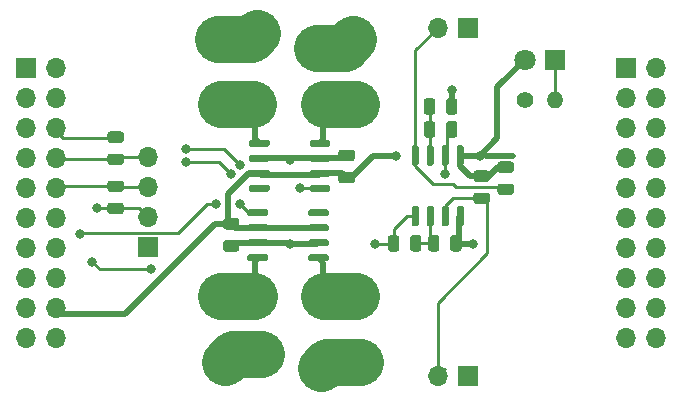
<source format=gbr>
%TF.GenerationSoftware,KiCad,Pcbnew,(5.1.6)-1*%
%TF.CreationDate,2020-06-16T18:43:17+01:00*%
%TF.ProjectId,peltier_driver_pcb,70656c74-6965-4725-9f64-72697665725f,rev?*%
%TF.SameCoordinates,Original*%
%TF.FileFunction,Copper,L1,Top*%
%TF.FilePolarity,Positive*%
%FSLAX46Y46*%
G04 Gerber Fmt 4.6, Leading zero omitted, Abs format (unit mm)*
G04 Created by KiCad (PCBNEW (5.1.6)-1) date 2020-06-16 18:43:17*
%MOMM*%
%LPD*%
G01*
G04 APERTURE LIST*
%TA.AperFunction,ComponentPad*%
%ADD10O,1.700000X1.700000*%
%TD*%
%TA.AperFunction,ComponentPad*%
%ADD11R,1.700000X1.700000*%
%TD*%
%TA.AperFunction,ComponentPad*%
%ADD12C,2.010000*%
%TD*%
%TA.AperFunction,ComponentPad*%
%ADD13C,3.500000*%
%TD*%
%TA.AperFunction,ComponentPad*%
%ADD14C,1.400000*%
%TD*%
%TA.AperFunction,ComponentPad*%
%ADD15O,1.400000X1.400000*%
%TD*%
%TA.AperFunction,ComponentPad*%
%ADD16R,1.800000X1.800000*%
%TD*%
%TA.AperFunction,ComponentPad*%
%ADD17C,1.800000*%
%TD*%
%TA.AperFunction,ViaPad*%
%ADD18C,0.800000*%
%TD*%
%TA.AperFunction,Conductor*%
%ADD19C,0.500000*%
%TD*%
%TA.AperFunction,Conductor*%
%ADD20C,0.250000*%
%TD*%
%TA.AperFunction,Conductor*%
%ADD21C,4.000000*%
%TD*%
G04 APERTURE END LIST*
D10*
%TO.P,U1,4*%
%TO.N,SDA*%
X120298000Y-66246000D03*
%TO.P,U1,3*%
%TO.N,SCL*%
X120298000Y-68786000D03*
%TO.P,U1,2*%
%TO.N,+3V3*%
X120298000Y-71326000D03*
D11*
%TO.P,U1,1*%
%TO.N,GND*%
X120298000Y-73866000D03*
%TD*%
%TO.P,U9,1*%
%TO.N,Net-(J25-Pad1)*%
%TA.AperFunction,SMDPad,CuDef*%
G36*
G01*
X135584200Y-74592399D02*
X135584200Y-74892399D01*
G75*
G02*
X135434200Y-75042399I-150000J0D01*
G01*
X133984200Y-75042399D01*
G75*
G02*
X133834200Y-74892399I0J150000D01*
G01*
X133834200Y-74592399D01*
G75*
G02*
X133984200Y-74442399I150000J0D01*
G01*
X135434200Y-74442399D01*
G75*
G02*
X135584200Y-74592399I0J-150000D01*
G01*
G37*
%TD.AperFunction*%
%TO.P,U9,2*%
%TO.N,GND*%
%TA.AperFunction,SMDPad,CuDef*%
G36*
G01*
X135584200Y-73322399D02*
X135584200Y-73622399D01*
G75*
G02*
X135434200Y-73772399I-150000J0D01*
G01*
X133984200Y-73772399D01*
G75*
G02*
X133834200Y-73622399I0J150000D01*
G01*
X133834200Y-73322399D01*
G75*
G02*
X133984200Y-73172399I150000J0D01*
G01*
X135434200Y-73172399D01*
G75*
G02*
X135584200Y-73322399I0J-150000D01*
G01*
G37*
%TD.AperFunction*%
%TO.P,U9,3*%
%TO.N,+5V*%
%TA.AperFunction,SMDPad,CuDef*%
G36*
G01*
X135584200Y-72052399D02*
X135584200Y-72352399D01*
G75*
G02*
X135434200Y-72502399I-150000J0D01*
G01*
X133984200Y-72502399D01*
G75*
G02*
X133834200Y-72352399I0J150000D01*
G01*
X133834200Y-72052399D01*
G75*
G02*
X133984200Y-71902399I150000J0D01*
G01*
X135434200Y-71902399D01*
G75*
G02*
X135584200Y-72052399I0J-150000D01*
G01*
G37*
%TD.AperFunction*%
%TO.P,U9,4*%
%TO.N,Net-(U9-Pad4)*%
%TA.AperFunction,SMDPad,CuDef*%
G36*
G01*
X135584200Y-70782399D02*
X135584200Y-71082399D01*
G75*
G02*
X135434200Y-71232399I-150000J0D01*
G01*
X133984200Y-71232399D01*
G75*
G02*
X133834200Y-71082399I0J150000D01*
G01*
X133834200Y-70782399D01*
G75*
G02*
X133984200Y-70632399I150000J0D01*
G01*
X135434200Y-70632399D01*
G75*
G02*
X135584200Y-70782399I0J-150000D01*
G01*
G37*
%TD.AperFunction*%
%TO.P,U9,5*%
%TO.N,I_sense_1*%
%TA.AperFunction,SMDPad,CuDef*%
G36*
G01*
X130434200Y-70782399D02*
X130434200Y-71082399D01*
G75*
G02*
X130284200Y-71232399I-150000J0D01*
G01*
X128834200Y-71232399D01*
G75*
G02*
X128684200Y-71082399I0J150000D01*
G01*
X128684200Y-70782399D01*
G75*
G02*
X128834200Y-70632399I150000J0D01*
G01*
X130284200Y-70632399D01*
G75*
G02*
X130434200Y-70782399I0J-150000D01*
G01*
G37*
%TD.AperFunction*%
%TO.P,U9,6*%
%TO.N,+5V*%
%TA.AperFunction,SMDPad,CuDef*%
G36*
G01*
X130434200Y-72052399D02*
X130434200Y-72352399D01*
G75*
G02*
X130284200Y-72502399I-150000J0D01*
G01*
X128834200Y-72502399D01*
G75*
G02*
X128684200Y-72352399I0J150000D01*
G01*
X128684200Y-72052399D01*
G75*
G02*
X128834200Y-71902399I150000J0D01*
G01*
X130284200Y-71902399D01*
G75*
G02*
X130434200Y-72052399I0J-150000D01*
G01*
G37*
%TD.AperFunction*%
%TO.P,U9,7*%
%TO.N,GND*%
%TA.AperFunction,SMDPad,CuDef*%
G36*
G01*
X130434200Y-73322399D02*
X130434200Y-73622399D01*
G75*
G02*
X130284200Y-73772399I-150000J0D01*
G01*
X128834200Y-73772399D01*
G75*
G02*
X128684200Y-73622399I0J150000D01*
G01*
X128684200Y-73322399D01*
G75*
G02*
X128834200Y-73172399I150000J0D01*
G01*
X130284200Y-73172399D01*
G75*
G02*
X130434200Y-73322399I0J-150000D01*
G01*
G37*
%TD.AperFunction*%
%TO.P,U9,8*%
%TO.N,Net-(J28-Pad1)*%
%TA.AperFunction,SMDPad,CuDef*%
G36*
G01*
X130434200Y-74592399D02*
X130434200Y-74892399D01*
G75*
G02*
X130284200Y-75042399I-150000J0D01*
G01*
X128834200Y-75042399D01*
G75*
G02*
X128684200Y-74892399I0J150000D01*
G01*
X128684200Y-74592399D01*
G75*
G02*
X128834200Y-74442399I150000J0D01*
G01*
X130284200Y-74442399D01*
G75*
G02*
X130434200Y-74592399I0J-150000D01*
G01*
G37*
%TD.AperFunction*%
%TD*%
%TO.P,C6,2*%
%TO.N,+5V*%
%TA.AperFunction,SMDPad,CuDef*%
G36*
G01*
X127763250Y-72352500D02*
X126850750Y-72352500D01*
G75*
G02*
X126607000Y-72108750I0J243750D01*
G01*
X126607000Y-71621250D01*
G75*
G02*
X126850750Y-71377500I243750J0D01*
G01*
X127763250Y-71377500D01*
G75*
G02*
X128007000Y-71621250I0J-243750D01*
G01*
X128007000Y-72108750D01*
G75*
G02*
X127763250Y-72352500I-243750J0D01*
G01*
G37*
%TD.AperFunction*%
%TO.P,C6,1*%
%TO.N,GND*%
%TA.AperFunction,SMDPad,CuDef*%
G36*
G01*
X127763250Y-74227500D02*
X126850750Y-74227500D01*
G75*
G02*
X126607000Y-73983750I0J243750D01*
G01*
X126607000Y-73496250D01*
G75*
G02*
X126850750Y-73252500I243750J0D01*
G01*
X127763250Y-73252500D01*
G75*
G02*
X128007000Y-73496250I0J-243750D01*
G01*
X128007000Y-73983750D01*
G75*
G02*
X127763250Y-74227500I-243750J0D01*
G01*
G37*
%TD.AperFunction*%
%TD*%
D10*
%TO.P,J3,2*%
%TO.N,Net-(J3-Pad2)*%
X144814000Y-84714000D03*
D11*
%TO.P,J3,1*%
%TO.N,GND*%
X147354000Y-84714000D03*
%TD*%
%TO.P,J10,1*%
%TO.N,GND*%
X147354000Y-55250000D03*
D10*
%TO.P,J10,2*%
%TO.N,Net-(J10-Pad2)*%
X144814000Y-55250000D03*
%TD*%
%TO.P,R3,2*%
%TO.N,+5V*%
%TA.AperFunction,SMDPad,CuDef*%
G36*
G01*
X148972250Y-68318500D02*
X148059750Y-68318500D01*
G75*
G02*
X147816000Y-68074750I0J243750D01*
G01*
X147816000Y-67587250D01*
G75*
G02*
X148059750Y-67343500I243750J0D01*
G01*
X148972250Y-67343500D01*
G75*
G02*
X149216000Y-67587250I0J-243750D01*
G01*
X149216000Y-68074750D01*
G75*
G02*
X148972250Y-68318500I-243750J0D01*
G01*
G37*
%TD.AperFunction*%
%TO.P,R3,1*%
%TO.N,Net-(J3-Pad2)*%
%TA.AperFunction,SMDPad,CuDef*%
G36*
G01*
X148972250Y-70193500D02*
X148059750Y-70193500D01*
G75*
G02*
X147816000Y-69949750I0J243750D01*
G01*
X147816000Y-69462250D01*
G75*
G02*
X148059750Y-69218500I243750J0D01*
G01*
X148972250Y-69218500D01*
G75*
G02*
X149216000Y-69462250I0J-243750D01*
G01*
X149216000Y-69949750D01*
G75*
G02*
X148972250Y-70193500I-243750J0D01*
G01*
G37*
%TD.AperFunction*%
%TD*%
%TO.P,R5,1*%
%TO.N,Net-(R4-Pad2)*%
%TA.AperFunction,SMDPad,CuDef*%
G36*
G01*
X143964500Y-73972250D02*
X143964500Y-73059750D01*
G75*
G02*
X144208250Y-72816000I243750J0D01*
G01*
X144695750Y-72816000D01*
G75*
G02*
X144939500Y-73059750I0J-243750D01*
G01*
X144939500Y-73972250D01*
G75*
G02*
X144695750Y-74216000I-243750J0D01*
G01*
X144208250Y-74216000D01*
G75*
G02*
X143964500Y-73972250I0J243750D01*
G01*
G37*
%TD.AperFunction*%
%TO.P,R5,2*%
%TO.N,GND*%
%TA.AperFunction,SMDPad,CuDef*%
G36*
G01*
X145839500Y-73972250D02*
X145839500Y-73059750D01*
G75*
G02*
X146083250Y-72816000I243750J0D01*
G01*
X146570750Y-72816000D01*
G75*
G02*
X146814500Y-73059750I0J-243750D01*
G01*
X146814500Y-73972250D01*
G75*
G02*
X146570750Y-74216000I-243750J0D01*
G01*
X146083250Y-74216000D01*
G75*
G02*
X145839500Y-73972250I0J243750D01*
G01*
G37*
%TD.AperFunction*%
%TD*%
%TO.P,R9,1*%
%TO.N,Net-(J10-Pad2)*%
%TA.AperFunction,SMDPad,CuDef*%
G36*
G01*
X151004250Y-69431500D02*
X150091750Y-69431500D01*
G75*
G02*
X149848000Y-69187750I0J243750D01*
G01*
X149848000Y-68700250D01*
G75*
G02*
X150091750Y-68456500I243750J0D01*
G01*
X151004250Y-68456500D01*
G75*
G02*
X151248000Y-68700250I0J-243750D01*
G01*
X151248000Y-69187750D01*
G75*
G02*
X151004250Y-69431500I-243750J0D01*
G01*
G37*
%TD.AperFunction*%
%TO.P,R9,2*%
%TO.N,+5V*%
%TA.AperFunction,SMDPad,CuDef*%
G36*
G01*
X151004250Y-67556500D02*
X150091750Y-67556500D01*
G75*
G02*
X149848000Y-67312750I0J243750D01*
G01*
X149848000Y-66825250D01*
G75*
G02*
X150091750Y-66581500I243750J0D01*
G01*
X151004250Y-66581500D01*
G75*
G02*
X151248000Y-66825250I0J-243750D01*
G01*
X151248000Y-67312750D01*
G75*
G02*
X151004250Y-67556500I-243750J0D01*
G01*
G37*
%TD.AperFunction*%
%TD*%
%TO.P,R4,2*%
%TO.N,Net-(R4-Pad2)*%
%TA.AperFunction,SMDPad,CuDef*%
G36*
G01*
X142440500Y-73972250D02*
X142440500Y-73059750D01*
G75*
G02*
X142684250Y-72816000I243750J0D01*
G01*
X143171750Y-72816000D01*
G75*
G02*
X143415500Y-73059750I0J-243750D01*
G01*
X143415500Y-73972250D01*
G75*
G02*
X143171750Y-74216000I-243750J0D01*
G01*
X142684250Y-74216000D01*
G75*
G02*
X142440500Y-73972250I0J243750D01*
G01*
G37*
%TD.AperFunction*%
%TO.P,R4,1*%
%TO.N,T_sense1*%
%TA.AperFunction,SMDPad,CuDef*%
G36*
G01*
X140565500Y-73972250D02*
X140565500Y-73059750D01*
G75*
G02*
X140809250Y-72816000I243750J0D01*
G01*
X141296750Y-72816000D01*
G75*
G02*
X141540500Y-73059750I0J-243750D01*
G01*
X141540500Y-73972250D01*
G75*
G02*
X141296750Y-74216000I-243750J0D01*
G01*
X140809250Y-74216000D01*
G75*
G02*
X140565500Y-73972250I0J243750D01*
G01*
G37*
%TD.AperFunction*%
%TD*%
%TO.P,R7,2*%
%TO.N,Net-(R7-Pad2)*%
%TA.AperFunction,SMDPad,CuDef*%
G36*
G01*
X144588500Y-63407750D02*
X144588500Y-64320250D01*
G75*
G02*
X144344750Y-64564000I-243750J0D01*
G01*
X143857250Y-64564000D01*
G75*
G02*
X143613500Y-64320250I0J243750D01*
G01*
X143613500Y-63407750D01*
G75*
G02*
X143857250Y-63164000I243750J0D01*
G01*
X144344750Y-63164000D01*
G75*
G02*
X144588500Y-63407750I0J-243750D01*
G01*
G37*
%TD.AperFunction*%
%TO.P,R7,1*%
%TO.N,T_sense2*%
%TA.AperFunction,SMDPad,CuDef*%
G36*
G01*
X146463500Y-63407750D02*
X146463500Y-64320250D01*
G75*
G02*
X146219750Y-64564000I-243750J0D01*
G01*
X145732250Y-64564000D01*
G75*
G02*
X145488500Y-64320250I0J243750D01*
G01*
X145488500Y-63407750D01*
G75*
G02*
X145732250Y-63164000I243750J0D01*
G01*
X146219750Y-63164000D01*
G75*
G02*
X146463500Y-63407750I0J-243750D01*
G01*
G37*
%TD.AperFunction*%
%TD*%
%TO.P,R8,2*%
%TO.N,GND*%
%TA.AperFunction,SMDPad,CuDef*%
G36*
G01*
X145483900Y-62389850D02*
X145483900Y-61477350D01*
G75*
G02*
X145727650Y-61233600I243750J0D01*
G01*
X146215150Y-61233600D01*
G75*
G02*
X146458900Y-61477350I0J-243750D01*
G01*
X146458900Y-62389850D01*
G75*
G02*
X146215150Y-62633600I-243750J0D01*
G01*
X145727650Y-62633600D01*
G75*
G02*
X145483900Y-62389850I0J243750D01*
G01*
G37*
%TD.AperFunction*%
%TO.P,R8,1*%
%TO.N,Net-(R7-Pad2)*%
%TA.AperFunction,SMDPad,CuDef*%
G36*
G01*
X143608900Y-62389850D02*
X143608900Y-61477350D01*
G75*
G02*
X143852650Y-61233600I243750J0D01*
G01*
X144340150Y-61233600D01*
G75*
G02*
X144583900Y-61477350I0J-243750D01*
G01*
X144583900Y-62389850D01*
G75*
G02*
X144340150Y-62633600I-243750J0D01*
G01*
X143852650Y-62633600D01*
G75*
G02*
X143608900Y-62389850I0J243750D01*
G01*
G37*
%TD.AperFunction*%
%TD*%
%TO.P,U3,1*%
%TO.N,T_sense1*%
%TA.AperFunction,SMDPad,CuDef*%
G36*
G01*
X143027200Y-72089200D02*
X142727200Y-72089200D01*
G75*
G02*
X142577200Y-71939200I0J150000D01*
G01*
X142577200Y-70489200D01*
G75*
G02*
X142727200Y-70339200I150000J0D01*
G01*
X143027200Y-70339200D01*
G75*
G02*
X143177200Y-70489200I0J-150000D01*
G01*
X143177200Y-71939200D01*
G75*
G02*
X143027200Y-72089200I-150000J0D01*
G01*
G37*
%TD.AperFunction*%
%TO.P,U3,2*%
%TO.N,Net-(R4-Pad2)*%
%TA.AperFunction,SMDPad,CuDef*%
G36*
G01*
X144297200Y-72089200D02*
X143997200Y-72089200D01*
G75*
G02*
X143847200Y-71939200I0J150000D01*
G01*
X143847200Y-70489200D01*
G75*
G02*
X143997200Y-70339200I150000J0D01*
G01*
X144297200Y-70339200D01*
G75*
G02*
X144447200Y-70489200I0J-150000D01*
G01*
X144447200Y-71939200D01*
G75*
G02*
X144297200Y-72089200I-150000J0D01*
G01*
G37*
%TD.AperFunction*%
%TO.P,U3,3*%
%TO.N,Net-(J3-Pad2)*%
%TA.AperFunction,SMDPad,CuDef*%
G36*
G01*
X145567200Y-72089200D02*
X145267200Y-72089200D01*
G75*
G02*
X145117200Y-71939200I0J150000D01*
G01*
X145117200Y-70489200D01*
G75*
G02*
X145267200Y-70339200I150000J0D01*
G01*
X145567200Y-70339200D01*
G75*
G02*
X145717200Y-70489200I0J-150000D01*
G01*
X145717200Y-71939200D01*
G75*
G02*
X145567200Y-72089200I-150000J0D01*
G01*
G37*
%TD.AperFunction*%
%TO.P,U3,4*%
%TO.N,GND*%
%TA.AperFunction,SMDPad,CuDef*%
G36*
G01*
X146837200Y-72089200D02*
X146537200Y-72089200D01*
G75*
G02*
X146387200Y-71939200I0J150000D01*
G01*
X146387200Y-70489200D01*
G75*
G02*
X146537200Y-70339200I150000J0D01*
G01*
X146837200Y-70339200D01*
G75*
G02*
X146987200Y-70489200I0J-150000D01*
G01*
X146987200Y-71939200D01*
G75*
G02*
X146837200Y-72089200I-150000J0D01*
G01*
G37*
%TD.AperFunction*%
%TO.P,U3,5*%
%TO.N,+5V*%
%TA.AperFunction,SMDPad,CuDef*%
G36*
G01*
X146837200Y-66939200D02*
X146537200Y-66939200D01*
G75*
G02*
X146387200Y-66789200I0J150000D01*
G01*
X146387200Y-65339200D01*
G75*
G02*
X146537200Y-65189200I150000J0D01*
G01*
X146837200Y-65189200D01*
G75*
G02*
X146987200Y-65339200I0J-150000D01*
G01*
X146987200Y-66789200D01*
G75*
G02*
X146837200Y-66939200I-150000J0D01*
G01*
G37*
%TD.AperFunction*%
%TO.P,U3,6*%
%TO.N,T_sense2*%
%TA.AperFunction,SMDPad,CuDef*%
G36*
G01*
X145567200Y-66939200D02*
X145267200Y-66939200D01*
G75*
G02*
X145117200Y-66789200I0J150000D01*
G01*
X145117200Y-65339200D01*
G75*
G02*
X145267200Y-65189200I150000J0D01*
G01*
X145567200Y-65189200D01*
G75*
G02*
X145717200Y-65339200I0J-150000D01*
G01*
X145717200Y-66789200D01*
G75*
G02*
X145567200Y-66939200I-150000J0D01*
G01*
G37*
%TD.AperFunction*%
%TO.P,U3,7*%
%TO.N,Net-(R7-Pad2)*%
%TA.AperFunction,SMDPad,CuDef*%
G36*
G01*
X144297200Y-66939200D02*
X143997200Y-66939200D01*
G75*
G02*
X143847200Y-66789200I0J150000D01*
G01*
X143847200Y-65339200D01*
G75*
G02*
X143997200Y-65189200I150000J0D01*
G01*
X144297200Y-65189200D01*
G75*
G02*
X144447200Y-65339200I0J-150000D01*
G01*
X144447200Y-66789200D01*
G75*
G02*
X144297200Y-66939200I-150000J0D01*
G01*
G37*
%TD.AperFunction*%
%TO.P,U3,8*%
%TO.N,Net-(J10-Pad2)*%
%TA.AperFunction,SMDPad,CuDef*%
G36*
G01*
X143027200Y-66939200D02*
X142727200Y-66939200D01*
G75*
G02*
X142577200Y-66789200I0J150000D01*
G01*
X142577200Y-65339200D01*
G75*
G02*
X142727200Y-65189200I150000J0D01*
G01*
X143027200Y-65189200D01*
G75*
G02*
X143177200Y-65339200I0J-150000D01*
G01*
X143177200Y-66789200D01*
G75*
G02*
X143027200Y-66939200I-150000J0D01*
G01*
G37*
%TD.AperFunction*%
%TD*%
%TO.P,R14,1*%
%TO.N,Net-(J28-Pad1)*%
%TA.AperFunction,SMDPad,CuDef*%
G36*
G01*
X128634200Y-79411401D02*
X128634200Y-76561399D01*
G75*
G02*
X128884199Y-76311400I249999J0D01*
G01*
X129734201Y-76311400D01*
G75*
G02*
X129984200Y-76561399I0J-249999D01*
G01*
X129984200Y-79411401D01*
G75*
G02*
X129734201Y-79661400I-249999J0D01*
G01*
X128884199Y-79661400D01*
G75*
G02*
X128634200Y-79411401I0J249999D01*
G01*
G37*
%TD.AperFunction*%
%TO.P,R14,2*%
%TO.N,Net-(J25-Pad1)*%
%TA.AperFunction,SMDPad,CuDef*%
G36*
G01*
X134434200Y-79411401D02*
X134434200Y-76561399D01*
G75*
G02*
X134684199Y-76311400I249999J0D01*
G01*
X135534201Y-76311400D01*
G75*
G02*
X135784200Y-76561399I0J-249999D01*
G01*
X135784200Y-79411401D01*
G75*
G02*
X135534201Y-79661400I-249999J0D01*
G01*
X134684199Y-79661400D01*
G75*
G02*
X134434200Y-79411401I0J249999D01*
G01*
G37*
%TD.AperFunction*%
%TD*%
D11*
%TO.P,J9,1*%
%TO.N,A0*%
X109960000Y-58640000D03*
D10*
%TO.P,J9,2*%
%TO.N,I_sense_2*%
X112500000Y-58640000D03*
%TO.P,J9,3*%
%TO.N,A1*%
X109960000Y-61180000D03*
%TO.P,J9,4*%
%TO.N,T_sense2*%
X112500000Y-61180000D03*
%TO.P,J9,5*%
%TO.N,A2*%
X109960000Y-63720000D03*
%TO.P,J9,6*%
%TO.N,+3V3*%
X112500000Y-63720000D03*
%TO.P,J9,7*%
%TO.N,A3*%
X109960000Y-66260000D03*
%TO.P,J9,8*%
%TO.N,SDA*%
X112500000Y-66260000D03*
%TO.P,J9,9*%
%TO.N,A4*%
X109960000Y-68800000D03*
%TO.P,J9,10*%
%TO.N,SCL*%
X112500000Y-68800000D03*
%TO.P,J9,11*%
%TO.N,D0*%
X109960000Y-71340000D03*
%TO.P,J9,12*%
%TO.N,I_sense_1*%
X112500000Y-71340000D03*
%TO.P,J9,13*%
%TO.N,D1*%
X109960000Y-73880000D03*
%TO.P,J9,14*%
%TO.N,T_sense1*%
X112500000Y-73880000D03*
%TO.P,J9,15*%
%TO.N,D2*%
X109960000Y-76420000D03*
%TO.P,J9,16*%
%TO.N,D3*%
X112500000Y-76420000D03*
%TO.P,J9,17*%
%TO.N,PWM0*%
X109960000Y-78960000D03*
%TO.P,J9,18*%
%TO.N,+5V*%
X112500000Y-78960000D03*
%TO.P,J9,19*%
%TO.N,PWM1*%
X109960000Y-81500000D03*
%TO.P,J9,20*%
%TO.N,GND*%
X112500000Y-81500000D03*
%TD*%
%TO.P,R1,2*%
%TO.N,SCL*%
%TA.AperFunction,SMDPad,CuDef*%
G36*
G01*
X117984250Y-69177500D02*
X117071750Y-69177500D01*
G75*
G02*
X116828000Y-68933750I0J243750D01*
G01*
X116828000Y-68446250D01*
G75*
G02*
X117071750Y-68202500I243750J0D01*
G01*
X117984250Y-68202500D01*
G75*
G02*
X118228000Y-68446250I0J-243750D01*
G01*
X118228000Y-68933750D01*
G75*
G02*
X117984250Y-69177500I-243750J0D01*
G01*
G37*
%TD.AperFunction*%
%TO.P,R1,1*%
%TO.N,+3V3*%
%TA.AperFunction,SMDPad,CuDef*%
G36*
G01*
X117984250Y-71052500D02*
X117071750Y-71052500D01*
G75*
G02*
X116828000Y-70808750I0J243750D01*
G01*
X116828000Y-70321250D01*
G75*
G02*
X117071750Y-70077500I243750J0D01*
G01*
X117984250Y-70077500D01*
G75*
G02*
X118228000Y-70321250I0J-243750D01*
G01*
X118228000Y-70808750D01*
G75*
G02*
X117984250Y-71052500I-243750J0D01*
G01*
G37*
%TD.AperFunction*%
%TD*%
D12*
%TO.P,F1,1*%
%TO.N,Net-(F1-Pad1)*%
X129466000Y-55736000D03*
%TO.P,F1,2*%
%TO.N,Net-(F1-Pad2)*%
X134566000Y-56936000D03*
%TD*%
%TO.P,F6,2*%
%TO.N,Net-(F6-Pad2)*%
X134947000Y-84114000D03*
%TO.P,F6,1*%
%TO.N,Net-(F6-Pad1)*%
X129847000Y-82914000D03*
%TD*%
D13*
%TO.P,J1,1*%
%TO.N,Net-(F1-Pad2)*%
X137594000Y-56244000D03*
%TD*%
%TO.P,J2,1*%
%TO.N,Net-(F1-Pad1)*%
X126164000Y-56244000D03*
%TD*%
%TO.P,J4,1*%
%TO.N,Net-(J4-Pad1)*%
X126470000Y-61688000D03*
%TD*%
%TO.P,J5,1*%
%TO.N,Net-(J5-Pad1)*%
X137900000Y-61688000D03*
%TD*%
%TO.P,J21,1*%
%TO.N,Net-(F6-Pad2)*%
X138229000Y-83549000D03*
%TD*%
%TO.P,J22,1*%
%TO.N,Net-(F6-Pad1)*%
X126799000Y-83549000D03*
%TD*%
%TO.P,J25,1*%
%TO.N,Net-(J25-Pad1)*%
X137900000Y-77944000D03*
%TD*%
%TO.P,J28,1*%
%TO.N,Net-(J28-Pad1)*%
X126470000Y-77944000D03*
%TD*%
%TO.P,C1,1*%
%TO.N,GND*%
%TA.AperFunction,SMDPad,CuDef*%
G36*
G01*
X136629750Y-65586300D02*
X137542250Y-65586300D01*
G75*
G02*
X137786000Y-65830050I0J-243750D01*
G01*
X137786000Y-66317550D01*
G75*
G02*
X137542250Y-66561300I-243750J0D01*
G01*
X136629750Y-66561300D01*
G75*
G02*
X136386000Y-66317550I0J243750D01*
G01*
X136386000Y-65830050D01*
G75*
G02*
X136629750Y-65586300I243750J0D01*
G01*
G37*
%TD.AperFunction*%
%TO.P,C1,2*%
%TO.N,+5V*%
%TA.AperFunction,SMDPad,CuDef*%
G36*
G01*
X136629750Y-67461300D02*
X137542250Y-67461300D01*
G75*
G02*
X137786000Y-67705050I0J-243750D01*
G01*
X137786000Y-68192550D01*
G75*
G02*
X137542250Y-68436300I-243750J0D01*
G01*
X136629750Y-68436300D01*
G75*
G02*
X136386000Y-68192550I0J243750D01*
G01*
X136386000Y-67705050D01*
G75*
G02*
X136629750Y-67461300I243750J0D01*
G01*
G37*
%TD.AperFunction*%
%TD*%
%TO.P,R2,1*%
%TO.N,+3V3*%
%TA.AperFunction,SMDPad,CuDef*%
G36*
G01*
X117071750Y-64041500D02*
X117984250Y-64041500D01*
G75*
G02*
X118228000Y-64285250I0J-243750D01*
G01*
X118228000Y-64772750D01*
G75*
G02*
X117984250Y-65016500I-243750J0D01*
G01*
X117071750Y-65016500D01*
G75*
G02*
X116828000Y-64772750I0J243750D01*
G01*
X116828000Y-64285250D01*
G75*
G02*
X117071750Y-64041500I243750J0D01*
G01*
G37*
%TD.AperFunction*%
%TO.P,R2,2*%
%TO.N,SDA*%
%TA.AperFunction,SMDPad,CuDef*%
G36*
G01*
X117071750Y-65916500D02*
X117984250Y-65916500D01*
G75*
G02*
X118228000Y-66160250I0J-243750D01*
G01*
X118228000Y-66647750D01*
G75*
G02*
X117984250Y-66891500I-243750J0D01*
G01*
X117071750Y-66891500D01*
G75*
G02*
X116828000Y-66647750I0J243750D01*
G01*
X116828000Y-66160250D01*
G75*
G02*
X117071750Y-65916500I243750J0D01*
G01*
G37*
%TD.AperFunction*%
%TD*%
%TO.P,R6,1*%
%TO.N,Net-(J5-Pad1)*%
%TA.AperFunction,SMDPad,CuDef*%
G36*
G01*
X135758800Y-60381599D02*
X135758800Y-63231601D01*
G75*
G02*
X135508801Y-63481600I-249999J0D01*
G01*
X134658799Y-63481600D01*
G75*
G02*
X134408800Y-63231601I0J249999D01*
G01*
X134408800Y-60381599D01*
G75*
G02*
X134658799Y-60131600I249999J0D01*
G01*
X135508801Y-60131600D01*
G75*
G02*
X135758800Y-60381599I0J-249999D01*
G01*
G37*
%TD.AperFunction*%
%TO.P,R6,2*%
%TO.N,Net-(J4-Pad1)*%
%TA.AperFunction,SMDPad,CuDef*%
G36*
G01*
X129958800Y-60381599D02*
X129958800Y-63231601D01*
G75*
G02*
X129708801Y-63481600I-249999J0D01*
G01*
X128858799Y-63481600D01*
G75*
G02*
X128608800Y-63231601I0J249999D01*
G01*
X128608800Y-60381599D01*
G75*
G02*
X128858799Y-60131600I249999J0D01*
G01*
X129708801Y-60131600D01*
G75*
G02*
X129958800Y-60381599I0J-249999D01*
G01*
G37*
%TD.AperFunction*%
%TD*%
%TO.P,U4,1*%
%TO.N,Net-(J4-Pad1)*%
%TA.AperFunction,SMDPad,CuDef*%
G36*
G01*
X128808800Y-65200601D02*
X128808800Y-64900601D01*
G75*
G02*
X128958800Y-64750601I150000J0D01*
G01*
X130408800Y-64750601D01*
G75*
G02*
X130558800Y-64900601I0J-150000D01*
G01*
X130558800Y-65200601D01*
G75*
G02*
X130408800Y-65350601I-150000J0D01*
G01*
X128958800Y-65350601D01*
G75*
G02*
X128808800Y-65200601I0J150000D01*
G01*
G37*
%TD.AperFunction*%
%TO.P,U4,2*%
%TO.N,GND*%
%TA.AperFunction,SMDPad,CuDef*%
G36*
G01*
X128808800Y-66470601D02*
X128808800Y-66170601D01*
G75*
G02*
X128958800Y-66020601I150000J0D01*
G01*
X130408800Y-66020601D01*
G75*
G02*
X130558800Y-66170601I0J-150000D01*
G01*
X130558800Y-66470601D01*
G75*
G02*
X130408800Y-66620601I-150000J0D01*
G01*
X128958800Y-66620601D01*
G75*
G02*
X128808800Y-66470601I0J150000D01*
G01*
G37*
%TD.AperFunction*%
%TO.P,U4,3*%
%TO.N,+5V*%
%TA.AperFunction,SMDPad,CuDef*%
G36*
G01*
X128808800Y-67740601D02*
X128808800Y-67440601D01*
G75*
G02*
X128958800Y-67290601I150000J0D01*
G01*
X130408800Y-67290601D01*
G75*
G02*
X130558800Y-67440601I0J-150000D01*
G01*
X130558800Y-67740601D01*
G75*
G02*
X130408800Y-67890601I-150000J0D01*
G01*
X128958800Y-67890601D01*
G75*
G02*
X128808800Y-67740601I0J150000D01*
G01*
G37*
%TD.AperFunction*%
%TO.P,U4,4*%
%TO.N,Net-(U4-Pad4)*%
%TA.AperFunction,SMDPad,CuDef*%
G36*
G01*
X128808800Y-69010601D02*
X128808800Y-68710601D01*
G75*
G02*
X128958800Y-68560601I150000J0D01*
G01*
X130408800Y-68560601D01*
G75*
G02*
X130558800Y-68710601I0J-150000D01*
G01*
X130558800Y-69010601D01*
G75*
G02*
X130408800Y-69160601I-150000J0D01*
G01*
X128958800Y-69160601D01*
G75*
G02*
X128808800Y-69010601I0J150000D01*
G01*
G37*
%TD.AperFunction*%
%TO.P,U4,5*%
%TO.N,I_sense_2*%
%TA.AperFunction,SMDPad,CuDef*%
G36*
G01*
X133958800Y-69010601D02*
X133958800Y-68710601D01*
G75*
G02*
X134108800Y-68560601I150000J0D01*
G01*
X135558800Y-68560601D01*
G75*
G02*
X135708800Y-68710601I0J-150000D01*
G01*
X135708800Y-69010601D01*
G75*
G02*
X135558800Y-69160601I-150000J0D01*
G01*
X134108800Y-69160601D01*
G75*
G02*
X133958800Y-69010601I0J150000D01*
G01*
G37*
%TD.AperFunction*%
%TO.P,U4,6*%
%TO.N,+5V*%
%TA.AperFunction,SMDPad,CuDef*%
G36*
G01*
X133958800Y-67740601D02*
X133958800Y-67440601D01*
G75*
G02*
X134108800Y-67290601I150000J0D01*
G01*
X135558800Y-67290601D01*
G75*
G02*
X135708800Y-67440601I0J-150000D01*
G01*
X135708800Y-67740601D01*
G75*
G02*
X135558800Y-67890601I-150000J0D01*
G01*
X134108800Y-67890601D01*
G75*
G02*
X133958800Y-67740601I0J150000D01*
G01*
G37*
%TD.AperFunction*%
%TO.P,U4,7*%
%TO.N,GND*%
%TA.AperFunction,SMDPad,CuDef*%
G36*
G01*
X133958800Y-66470601D02*
X133958800Y-66170601D01*
G75*
G02*
X134108800Y-66020601I150000J0D01*
G01*
X135558800Y-66020601D01*
G75*
G02*
X135708800Y-66170601I0J-150000D01*
G01*
X135708800Y-66470601D01*
G75*
G02*
X135558800Y-66620601I-150000J0D01*
G01*
X134108800Y-66620601D01*
G75*
G02*
X133958800Y-66470601I0J150000D01*
G01*
G37*
%TD.AperFunction*%
%TO.P,U4,8*%
%TO.N,Net-(J5-Pad1)*%
%TA.AperFunction,SMDPad,CuDef*%
G36*
G01*
X133958800Y-65200601D02*
X133958800Y-64900601D01*
G75*
G02*
X134108800Y-64750601I150000J0D01*
G01*
X135558800Y-64750601D01*
G75*
G02*
X135708800Y-64900601I0J-150000D01*
G01*
X135708800Y-65200601D01*
G75*
G02*
X135558800Y-65350601I-150000J0D01*
G01*
X134108800Y-65350601D01*
G75*
G02*
X133958800Y-65200601I0J150000D01*
G01*
G37*
%TD.AperFunction*%
%TD*%
D11*
%TO.P,J6,1*%
%TO.N,Net-(J6-Pad1)*%
X160760000Y-58640000D03*
D10*
%TO.P,J6,2*%
%TO.N,Net-(J6-Pad2)*%
X163300000Y-58640000D03*
%TO.P,J6,3*%
%TO.N,Net-(J6-Pad3)*%
X160760000Y-61180000D03*
%TO.P,J6,4*%
%TO.N,Net-(J6-Pad4)*%
X163300000Y-61180000D03*
%TO.P,J6,5*%
%TO.N,Net-(J6-Pad5)*%
X160760000Y-63720000D03*
%TO.P,J6,6*%
%TO.N,Net-(J6-Pad6)*%
X163300000Y-63720000D03*
%TO.P,J6,7*%
%TO.N,Net-(J6-Pad7)*%
X160760000Y-66260000D03*
%TO.P,J6,8*%
%TO.N,Net-(J6-Pad8)*%
X163300000Y-66260000D03*
%TO.P,J6,9*%
%TO.N,Net-(J6-Pad9)*%
X160760000Y-68800000D03*
%TO.P,J6,10*%
%TO.N,Net-(J6-Pad10)*%
X163300000Y-68800000D03*
%TO.P,J6,11*%
%TO.N,Net-(J6-Pad11)*%
X160760000Y-71340000D03*
%TO.P,J6,12*%
%TO.N,Net-(J6-Pad12)*%
X163300000Y-71340000D03*
%TO.P,J6,13*%
%TO.N,Net-(J6-Pad13)*%
X160760000Y-73880000D03*
%TO.P,J6,14*%
%TO.N,Net-(J6-Pad14)*%
X163300000Y-73880000D03*
%TO.P,J6,15*%
%TO.N,Net-(J6-Pad15)*%
X160760000Y-76420000D03*
%TO.P,J6,16*%
%TO.N,Net-(J6-Pad16)*%
X163300000Y-76420000D03*
%TO.P,J6,17*%
%TO.N,Net-(J6-Pad17)*%
X160760000Y-78960000D03*
%TO.P,J6,18*%
%TO.N,Net-(J6-Pad18)*%
X163300000Y-78960000D03*
%TO.P,J6,19*%
%TO.N,Net-(J6-Pad19)*%
X160760000Y-81500000D03*
%TO.P,J6,20*%
%TO.N,Net-(J6-Pad20)*%
X163300000Y-81500000D03*
%TD*%
D14*
%TO.P,R10,1*%
%TO.N,GND*%
X152156000Y-61346000D03*
D15*
%TO.P,R10,2*%
%TO.N,Net-(D1-Pad1)*%
X154696000Y-61346000D03*
%TD*%
D16*
%TO.P,D1,1*%
%TO.N,Net-(D1-Pad1)*%
X154690000Y-58000000D03*
D17*
%TO.P,D1,2*%
%TO.N,+5V*%
X152150000Y-58000000D03*
%TD*%
D18*
%TO.N,GND*%
X146036000Y-60541200D03*
X147814000Y-73546000D03*
X132320000Y-66434000D03*
X132320000Y-73546000D03*
%TO.N,+3V3*%
X115937000Y-70548800D03*
%TO.N,+5V*%
X148338200Y-66099200D03*
X141277000Y-66099200D03*
%TO.N,T_sense2*%
X145391800Y-67674000D03*
X127263100Y-67680900D03*
X123455400Y-66662600D03*
%TO.N,T_sense1*%
X139448200Y-73541400D03*
X120491600Y-75722400D03*
X115558600Y-75067400D03*
%TO.N,I_sense_1*%
X128018200Y-70163200D03*
X126050800Y-70163200D03*
X114489200Y-72707800D03*
%TO.N,I_sense_2*%
X133149000Y-68817000D03*
X128063200Y-66855400D03*
X123450800Y-65494200D03*
%TD*%
D19*
%TO.N,GND*%
X127574601Y-73472399D02*
X127307000Y-73740000D01*
X129559200Y-73472399D02*
X127574601Y-73472399D01*
X127181200Y-73614200D02*
X127307000Y-73740000D01*
X147560000Y-84508000D02*
X147354000Y-84714000D01*
X120232000Y-73800000D02*
X120298000Y-73866000D01*
X132320000Y-73546000D02*
X134567399Y-73546000D01*
X132246399Y-73472399D02*
X132320000Y-73546000D01*
X129559200Y-73472399D02*
X132246399Y-73472399D01*
X136839199Y-66320601D02*
X137086000Y-66073800D01*
X134833800Y-66320601D02*
X136839199Y-66320601D01*
X132206601Y-66320601D02*
X132320000Y-66434000D01*
X129683800Y-66320601D02*
X132206601Y-66320601D01*
X132433399Y-66320601D02*
X132320000Y-66434000D01*
X134833800Y-66320601D02*
X132433399Y-66320601D01*
X147814000Y-73546000D02*
X146357000Y-73546000D01*
X146594800Y-71306600D02*
X146687200Y-71214200D01*
X146327000Y-73516000D02*
X146594800Y-73248200D01*
X146594800Y-73248200D02*
X146594800Y-71306600D01*
X146036000Y-61869000D02*
X145971400Y-61933600D01*
X146036000Y-60541200D02*
X146036000Y-61869000D01*
D20*
%TO.N,+3V3*%
X119911400Y-71712600D02*
X120298000Y-71326000D01*
X117431000Y-64626000D02*
X113086000Y-64626000D01*
X117528000Y-64529000D02*
X117431000Y-64626000D01*
X113086000Y-64626000D02*
X112540000Y-64080000D01*
X119537000Y-70565000D02*
X120298000Y-71326000D01*
X117528000Y-70565000D02*
X119537000Y-70565000D01*
X117435600Y-70472600D02*
X117528000Y-70565000D01*
X117511800Y-70548800D02*
X117528000Y-70565000D01*
X115937000Y-70548800D02*
X117511800Y-70548800D01*
D19*
%TO.N,+5V*%
X127644399Y-72202399D02*
X127307000Y-71865000D01*
X129559200Y-72202399D02*
X127644399Y-72202399D01*
X149049400Y-67928000D02*
X148613000Y-67928000D01*
X150548000Y-67069000D02*
X149908400Y-67069000D01*
X148613000Y-67928000D02*
X148516000Y-67831000D01*
X149908400Y-67069000D02*
X149049400Y-67928000D01*
X129792599Y-67699400D02*
X129683800Y-67590601D01*
X132285400Y-67699400D02*
X129792599Y-67699400D01*
X134725001Y-67699400D02*
X134833800Y-67590601D01*
X132285400Y-67699400D02*
X134725001Y-67699400D01*
X129566399Y-72195200D02*
X129559200Y-72202399D01*
X132234600Y-72195200D02*
X129566399Y-72195200D01*
X134702001Y-72195200D02*
X134709200Y-72202399D01*
X132234600Y-72195200D02*
X134702001Y-72195200D01*
X141251600Y-66073800D02*
X141277000Y-66099200D01*
X146722200Y-66099200D02*
X146687200Y-66064200D01*
X148338200Y-66099200D02*
X146722200Y-66099200D01*
X147555400Y-67831000D02*
X148516000Y-67831000D01*
X146687200Y-66064200D02*
X146687200Y-66962800D01*
X146687200Y-66962800D02*
X147555400Y-67831000D01*
X112720000Y-79500000D02*
X112540000Y-79320000D01*
X118325800Y-79500000D02*
X112720000Y-79500000D01*
X127307000Y-71865000D02*
X125960800Y-71865000D01*
X125960800Y-71865000D02*
X118325800Y-79500000D01*
X127034000Y-69365401D02*
X127034000Y-71592000D01*
X129683800Y-67590601D02*
X128808800Y-67590601D01*
X127034000Y-71592000D02*
X127307000Y-71865000D01*
X128808800Y-67590601D02*
X127034000Y-69365401D01*
X148903900Y-66099200D02*
X151183000Y-66099200D01*
X137086000Y-67948800D02*
X137330800Y-67704000D01*
X149846000Y-60304000D02*
X152150000Y-58000000D01*
X148338200Y-66099200D02*
X149846000Y-64591400D01*
X149846000Y-64591400D02*
X149846000Y-60304000D01*
X137481200Y-67948800D02*
X137086000Y-67948800D01*
X141277000Y-66099200D02*
X139330800Y-66099200D01*
X139330800Y-66099200D02*
X137481200Y-67948800D01*
X136727801Y-67590601D02*
X137086000Y-67948800D01*
X134833800Y-67590601D02*
X136727801Y-67590601D01*
D20*
%TO.N,SDA*%
X120298000Y-66246000D02*
X117686000Y-66246000D01*
X112756000Y-66404000D02*
X112540000Y-66620000D01*
X117528000Y-66404000D02*
X112756000Y-66404000D01*
%TO.N,SCL*%
X117624000Y-68786000D02*
X117528000Y-68690000D01*
X120298000Y-68786000D02*
X117624000Y-68786000D01*
X113010000Y-68690000D02*
X112540000Y-69160000D01*
X117528000Y-68690000D02*
X113010000Y-68690000D01*
D21*
%TO.N,Net-(F1-Pad1)*%
X128958000Y-56244000D02*
X129466000Y-55736000D01*
X126164000Y-56244000D02*
X128958000Y-56244000D01*
%TO.N,Net-(F1-Pad2)*%
X136902000Y-56936000D02*
X137594000Y-56244000D01*
X134566000Y-56936000D02*
X136902000Y-56936000D01*
D19*
%TO.N,Net-(J4-Pad1)*%
X129283800Y-64650601D02*
X129683800Y-65050601D01*
X129283800Y-61806600D02*
X129283800Y-64650601D01*
D21*
X126470000Y-61688000D02*
X129165200Y-61688000D01*
D20*
%TO.N,T_sense2*%
X145620400Y-65861000D02*
X145417200Y-66064200D01*
X145976000Y-63864000D02*
X145620400Y-64219600D01*
X145620400Y-64219600D02*
X145620400Y-65861000D01*
X145417200Y-66064200D02*
X145417200Y-67648600D01*
X145417200Y-67648600D02*
X145391800Y-67674000D01*
X126244800Y-66662600D02*
X127263100Y-67680900D01*
X123455400Y-66662600D02*
X126244800Y-66662600D01*
%TO.N,T_sense1*%
X141053000Y-73516000D02*
X141053000Y-72343000D01*
X142181800Y-71214200D02*
X142877200Y-71214200D01*
X141053000Y-72343000D02*
X142181800Y-71214200D01*
X141027600Y-73541400D02*
X141053000Y-73516000D01*
X139448200Y-73541400D02*
X141027600Y-73541400D01*
X116213600Y-75722400D02*
X115558600Y-75067400D01*
X120491600Y-75722400D02*
X116213600Y-75722400D01*
%TO.N,Net-(J10-Pad2)*%
X142877200Y-66939200D02*
X142877200Y-66064200D01*
X144396000Y-68458000D02*
X142877200Y-66939200D01*
X146338000Y-68712000D02*
X146084000Y-68458000D01*
X146084000Y-68458000D02*
X144396000Y-68458000D01*
X146392200Y-68766200D02*
X146338000Y-68712000D01*
X150548000Y-68944000D02*
X150370200Y-68766200D01*
X150370200Y-68766200D02*
X146392200Y-68766200D01*
X144814000Y-55250000D02*
X142911800Y-57152200D01*
X142911800Y-66029600D02*
X142877200Y-66064200D01*
X142911800Y-57152200D02*
X142911800Y-66029600D01*
%TO.N,I_sense_1*%
X128787399Y-70932399D02*
X128018200Y-70163200D01*
X129559200Y-70932399D02*
X128787399Y-70932399D01*
X125263400Y-70163200D02*
X126050800Y-70163200D01*
X122820400Y-72606200D02*
X125263400Y-70163200D01*
X114489200Y-72707800D02*
X114590800Y-72606200D01*
X114590800Y-72606200D02*
X122820400Y-72606200D01*
%TO.N,I_sense_2*%
X134790199Y-68817000D02*
X134833800Y-68860601D01*
X133149000Y-68817000D02*
X134790199Y-68817000D01*
X126702000Y-65494200D02*
X128063200Y-66855400D01*
X123450800Y-65494200D02*
X126702000Y-65494200D01*
%TO.N,Net-(R4-Pad2)*%
X144147200Y-73211200D02*
X144452000Y-73516000D01*
X144147200Y-71214200D02*
X144147200Y-73211200D01*
X142928000Y-73516000D02*
X144452000Y-73516000D01*
%TO.N,Net-(R7-Pad2)*%
X144101000Y-66018000D02*
X144147200Y-66064200D01*
X144101000Y-63864000D02*
X144101000Y-66018000D01*
X144101000Y-61938200D02*
X144096400Y-61933600D01*
X144101000Y-63864000D02*
X144101000Y-61938200D01*
D21*
%TO.N,Net-(F6-Pad1)*%
X129827000Y-82857000D02*
X127491000Y-82857000D01*
X127491000Y-82857000D02*
X126799000Y-83549000D01*
%TO.N,Net-(F6-Pad2)*%
X135435000Y-83549000D02*
X134927000Y-84057000D01*
X138229000Y-83549000D02*
X135435000Y-83549000D01*
D19*
%TO.N,Net-(J25-Pad1)*%
X135109200Y-75142399D02*
X134709200Y-74742399D01*
X135109200Y-77986400D02*
X135109200Y-75142399D01*
D21*
X137900000Y-77944000D02*
X135151600Y-77944000D01*
D19*
%TO.N,Net-(J28-Pad1)*%
X129309200Y-74992399D02*
X129559200Y-74742399D01*
X129309200Y-77986400D02*
X129309200Y-74992399D01*
D21*
X126470000Y-77944000D02*
X129266800Y-77944000D01*
D20*
%TO.N,Net-(J3-Pad2)*%
X145417200Y-71214200D02*
X145372800Y-71258600D01*
X145372800Y-84155200D02*
X144814000Y-84714000D01*
X148284000Y-69474000D02*
X148516000Y-69706000D01*
X145417200Y-71214200D02*
X145322000Y-71119000D01*
X146050400Y-69706000D02*
X148516000Y-69706000D01*
X145417200Y-70339200D02*
X146050400Y-69706000D01*
X145417200Y-71214200D02*
X145417200Y-70339200D01*
X144814000Y-78552600D02*
X144814000Y-84714000D01*
X149001527Y-74365073D02*
X144814000Y-78552600D01*
X148516000Y-69706000D02*
X149001527Y-70191527D01*
X149001527Y-70191527D02*
X149001527Y-74365073D01*
D19*
%TO.N,Net-(J5-Pad1)*%
X135083800Y-64800601D02*
X134833800Y-65050601D01*
X135083800Y-61806600D02*
X135083800Y-64800601D01*
D21*
X137900000Y-61688000D02*
X135202400Y-61688000D01*
D20*
%TO.N,Net-(D1-Pad1)*%
X154690000Y-61340000D02*
X154696000Y-61346000D01*
X154690000Y-58000000D02*
X154690000Y-61340000D01*
%TD*%
M02*

</source>
